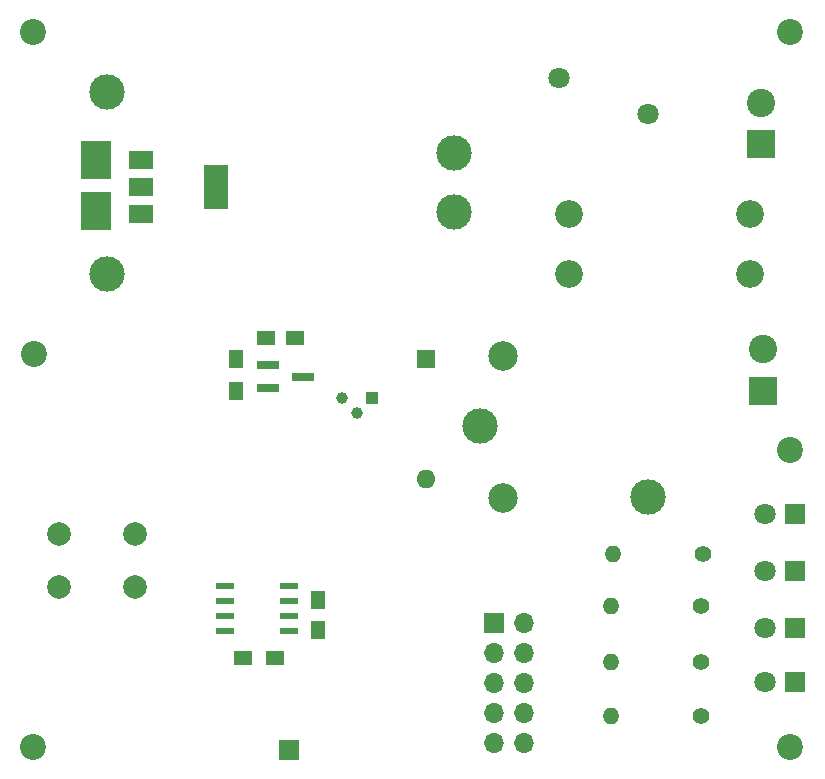
<source format=gbs>
G04 #@! TF.GenerationSoftware,KiCad,Pcbnew,no-vcs-found-7558~57~ubuntu16.04.1*
G04 #@! TF.CreationDate,2017-01-31T15:26:46+02:00*
G04 #@! TF.ProjectId,heater_node,6865617465725F6E6F64652E6B696361,rev?*
G04 #@! TF.FileFunction,Soldermask,Bot*
G04 #@! TF.FilePolarity,Negative*
%FSLAX46Y46*%
G04 Gerber Fmt 4.6, Leading zero omitted, Abs format (unit mm)*
G04 Created by KiCad (PCBNEW no-vcs-found-7558~57~ubuntu16.04.1) date Tue Jan 31 15:26:46 2017*
%MOMM*%
%LPD*%
G01*
G04 APERTURE LIST*
%ADD10C,0.100000*%
%ADD11C,2.200000*%
%ADD12C,1.400000*%
%ADD13O,1.400000X1.400000*%
%ADD14C,2.000000*%
%ADD15R,1.250000X1.500000*%
%ADD16R,1.500000X1.250000*%
%ADD17R,2.500000X3.200000*%
%ADD18O,1.700000X1.700000*%
%ADD19R,1.700000X1.700000*%
%ADD20O,1.600000X1.600000*%
%ADD21R,1.600000X1.600000*%
%ADD22C,1.800000*%
%ADD23R,1.800000X1.800000*%
%ADD24C,2.349500*%
%ADD25R,1.000000X1.000000*%
%ADD26C,1.000000*%
%ADD27R,1.500000X1.300000*%
%ADD28R,1.300000X1.500000*%
%ADD29C,2.500000*%
%ADD30C,3.000000*%
%ADD31R,1.550000X0.600000*%
%ADD32R,1.900000X0.800000*%
%ADD33R,2.000000X1.500000*%
%ADD34R,2.000000X3.800000*%
%ADD35C,2.400000*%
%ADD36R,2.400000X2.400000*%
G04 APERTURE END LIST*
D10*
D11*
X117650000Y-59875000D03*
X181800000Y-59925000D03*
X181800000Y-95275000D03*
X181800000Y-120475000D03*
X117750000Y-87175000D03*
X117650000Y-120475000D03*
D12*
X174270000Y-117775000D03*
D13*
X166650000Y-117775000D03*
D12*
X174270000Y-113275000D03*
D13*
X166650000Y-113275000D03*
D12*
X174270000Y-108475000D03*
D13*
X166650000Y-108475000D03*
D12*
X174370000Y-104075000D03*
D13*
X166750000Y-104075000D03*
D14*
X119850000Y-106875000D03*
X119850000Y-102375000D03*
X126350000Y-106875000D03*
X126350000Y-102375000D03*
D15*
X141800000Y-110525000D03*
X141800000Y-108025000D03*
D16*
X139900000Y-85775000D03*
X137400000Y-85775000D03*
D17*
X123000000Y-70775000D03*
X123000000Y-75075000D03*
D18*
X159265000Y-120065000D03*
X156725000Y-120065000D03*
X159265000Y-117525000D03*
X156725000Y-117525000D03*
X159265000Y-114985000D03*
X156725000Y-114985000D03*
X159265000Y-112445000D03*
X156725000Y-112445000D03*
X159265000Y-109905000D03*
D19*
X156725000Y-109905000D03*
D20*
X150950000Y-97775000D03*
D21*
X150950000Y-87615000D03*
D22*
X179675000Y-110325000D03*
D23*
X182215000Y-110325000D03*
D22*
X179675000Y-105525000D03*
D23*
X182215000Y-105525000D03*
X182215000Y-100725000D03*
D22*
X179675000Y-100725000D03*
D23*
X182215000Y-114925000D03*
D22*
X179675000Y-114925000D03*
D24*
X163089360Y-80415000D03*
X163089360Y-75335000D03*
X178410640Y-80415000D03*
X178410640Y-75335000D03*
D19*
X139350000Y-120675000D03*
D25*
X146350000Y-90875000D03*
D26*
X143810000Y-90875000D03*
X145080000Y-92145000D03*
D27*
X138175000Y-112900000D03*
X135475000Y-112900000D03*
D28*
X134850000Y-90325000D03*
X134850000Y-87625000D03*
D29*
X157500000Y-99325000D03*
X157500000Y-87325000D03*
D30*
X155550000Y-93275000D03*
X169750000Y-99275000D03*
D31*
X139350000Y-110580000D03*
X139350000Y-109310000D03*
X139350000Y-108040000D03*
X139350000Y-106770000D03*
X133950000Y-106770000D03*
X133950000Y-108040000D03*
X133950000Y-109310000D03*
X133950000Y-110580000D03*
D32*
X140550000Y-89075000D03*
X137550000Y-88125000D03*
X137550000Y-90025000D03*
D33*
X126850000Y-75325000D03*
X126850000Y-70725000D03*
X126850000Y-73025000D03*
D34*
X133150000Y-73025000D03*
D30*
X153350000Y-75175000D03*
X153350000Y-70175000D03*
X123950000Y-80375000D03*
X123950000Y-64975000D03*
D22*
X162250000Y-63775000D03*
X169750000Y-66875000D03*
D35*
X179450000Y-86775000D03*
D36*
X179450000Y-90275000D03*
X179350000Y-69375000D03*
D35*
X179350000Y-65875000D03*
M02*

</source>
